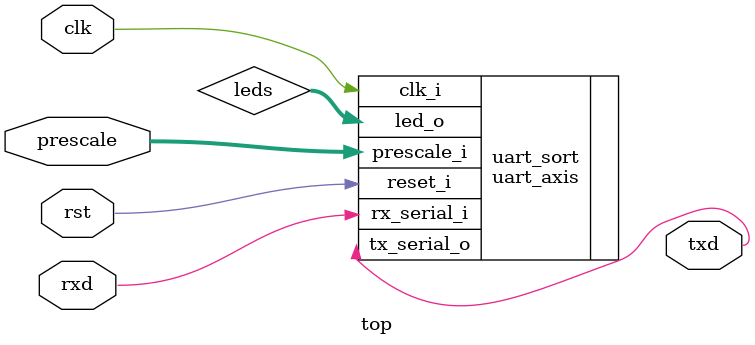
<source format=sv>
module top (
    input  logic       clk,
    input  logic       rst,
    // UART pins
    input  logic       rxd,
    output logic       txd,
    // Config
    input  logic [15:0] prescale
);

    // Integrate uart_axis which handles protocol + sorter
    logic [5:1] leds;
    uart_axis #(
        .N_MAX_P(256)
    ) uart_sort (
        .clk_i(clk),
        .reset_i(rst),
        .rx_serial_i(rxd),
        .tx_serial_o(txd),
        .prescale_i(prescale),
        .led_o(leds)
    );

endmodule
</source>
